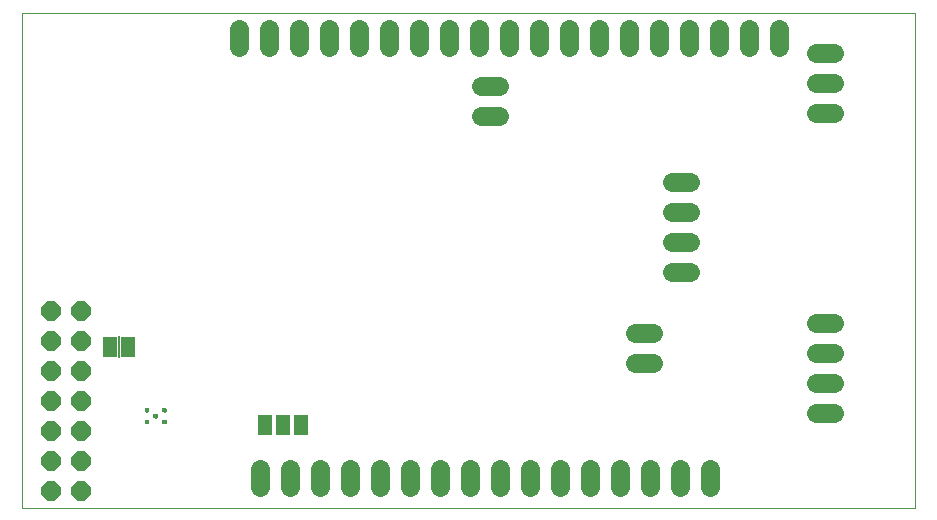
<source format=gbs>
G75*
%MOIN*%
%OFA0B0*%
%FSLAX25Y25*%
%IPPOS*%
%LPD*%
%AMOC8*
5,1,8,0,0,1.08239X$1,22.5*
%
%ADD10C,0.00000*%
%ADD11C,0.01581*%
%ADD12C,0.06400*%
%ADD13OC8,0.06400*%
%ADD14R,0.05000X0.06700*%
%ADD15R,0.00600X0.07200*%
D10*
X0004700Y0004550D02*
X0004700Y0169550D01*
X0302200Y0169550D01*
X0302200Y0004550D01*
X0004700Y0004550D01*
X0045531Y0033206D02*
X0045533Y0033254D01*
X0045539Y0033302D01*
X0045549Y0033349D01*
X0045562Y0033395D01*
X0045580Y0033440D01*
X0045600Y0033484D01*
X0045625Y0033526D01*
X0045653Y0033565D01*
X0045683Y0033602D01*
X0045717Y0033636D01*
X0045754Y0033668D01*
X0045792Y0033697D01*
X0045833Y0033722D01*
X0045876Y0033744D01*
X0045921Y0033762D01*
X0045967Y0033776D01*
X0046014Y0033787D01*
X0046062Y0033794D01*
X0046110Y0033797D01*
X0046158Y0033796D01*
X0046206Y0033791D01*
X0046254Y0033782D01*
X0046300Y0033770D01*
X0046345Y0033753D01*
X0046389Y0033733D01*
X0046431Y0033710D01*
X0046471Y0033683D01*
X0046509Y0033653D01*
X0046544Y0033620D01*
X0046576Y0033584D01*
X0046606Y0033546D01*
X0046632Y0033505D01*
X0046654Y0033462D01*
X0046674Y0033418D01*
X0046689Y0033373D01*
X0046701Y0033326D01*
X0046709Y0033278D01*
X0046713Y0033230D01*
X0046713Y0033182D01*
X0046709Y0033134D01*
X0046701Y0033086D01*
X0046689Y0033039D01*
X0046674Y0032994D01*
X0046654Y0032950D01*
X0046632Y0032907D01*
X0046606Y0032866D01*
X0046576Y0032828D01*
X0046544Y0032792D01*
X0046509Y0032759D01*
X0046471Y0032729D01*
X0046431Y0032702D01*
X0046389Y0032679D01*
X0046345Y0032659D01*
X0046300Y0032642D01*
X0046254Y0032630D01*
X0046206Y0032621D01*
X0046158Y0032616D01*
X0046110Y0032615D01*
X0046062Y0032618D01*
X0046014Y0032625D01*
X0045967Y0032636D01*
X0045921Y0032650D01*
X0045876Y0032668D01*
X0045833Y0032690D01*
X0045792Y0032715D01*
X0045754Y0032744D01*
X0045717Y0032776D01*
X0045683Y0032810D01*
X0045653Y0032847D01*
X0045625Y0032886D01*
X0045600Y0032928D01*
X0045580Y0032972D01*
X0045562Y0033017D01*
X0045549Y0033063D01*
X0045539Y0033110D01*
X0045533Y0033158D01*
X0045531Y0033206D01*
X0045531Y0037144D02*
X0045533Y0037192D01*
X0045539Y0037240D01*
X0045549Y0037287D01*
X0045562Y0037333D01*
X0045580Y0037378D01*
X0045600Y0037422D01*
X0045625Y0037464D01*
X0045653Y0037503D01*
X0045683Y0037540D01*
X0045717Y0037574D01*
X0045754Y0037606D01*
X0045792Y0037635D01*
X0045833Y0037660D01*
X0045876Y0037682D01*
X0045921Y0037700D01*
X0045967Y0037714D01*
X0046014Y0037725D01*
X0046062Y0037732D01*
X0046110Y0037735D01*
X0046158Y0037734D01*
X0046206Y0037729D01*
X0046254Y0037720D01*
X0046300Y0037708D01*
X0046345Y0037691D01*
X0046389Y0037671D01*
X0046431Y0037648D01*
X0046471Y0037621D01*
X0046509Y0037591D01*
X0046544Y0037558D01*
X0046576Y0037522D01*
X0046606Y0037484D01*
X0046632Y0037443D01*
X0046654Y0037400D01*
X0046674Y0037356D01*
X0046689Y0037311D01*
X0046701Y0037264D01*
X0046709Y0037216D01*
X0046713Y0037168D01*
X0046713Y0037120D01*
X0046709Y0037072D01*
X0046701Y0037024D01*
X0046689Y0036977D01*
X0046674Y0036932D01*
X0046654Y0036888D01*
X0046632Y0036845D01*
X0046606Y0036804D01*
X0046576Y0036766D01*
X0046544Y0036730D01*
X0046509Y0036697D01*
X0046471Y0036667D01*
X0046431Y0036640D01*
X0046389Y0036617D01*
X0046345Y0036597D01*
X0046300Y0036580D01*
X0046254Y0036568D01*
X0046206Y0036559D01*
X0046158Y0036554D01*
X0046110Y0036553D01*
X0046062Y0036556D01*
X0046014Y0036563D01*
X0045967Y0036574D01*
X0045921Y0036588D01*
X0045876Y0036606D01*
X0045833Y0036628D01*
X0045792Y0036653D01*
X0045754Y0036682D01*
X0045717Y0036714D01*
X0045683Y0036748D01*
X0045653Y0036785D01*
X0045625Y0036824D01*
X0045600Y0036866D01*
X0045580Y0036910D01*
X0045562Y0036955D01*
X0045549Y0037001D01*
X0045539Y0037048D01*
X0045533Y0037096D01*
X0045531Y0037144D01*
X0048484Y0035175D02*
X0048486Y0035223D01*
X0048492Y0035271D01*
X0048502Y0035318D01*
X0048515Y0035364D01*
X0048533Y0035409D01*
X0048553Y0035453D01*
X0048578Y0035495D01*
X0048606Y0035534D01*
X0048636Y0035571D01*
X0048670Y0035605D01*
X0048707Y0035637D01*
X0048745Y0035666D01*
X0048786Y0035691D01*
X0048829Y0035713D01*
X0048874Y0035731D01*
X0048920Y0035745D01*
X0048967Y0035756D01*
X0049015Y0035763D01*
X0049063Y0035766D01*
X0049111Y0035765D01*
X0049159Y0035760D01*
X0049207Y0035751D01*
X0049253Y0035739D01*
X0049298Y0035722D01*
X0049342Y0035702D01*
X0049384Y0035679D01*
X0049424Y0035652D01*
X0049462Y0035622D01*
X0049497Y0035589D01*
X0049529Y0035553D01*
X0049559Y0035515D01*
X0049585Y0035474D01*
X0049607Y0035431D01*
X0049627Y0035387D01*
X0049642Y0035342D01*
X0049654Y0035295D01*
X0049662Y0035247D01*
X0049666Y0035199D01*
X0049666Y0035151D01*
X0049662Y0035103D01*
X0049654Y0035055D01*
X0049642Y0035008D01*
X0049627Y0034963D01*
X0049607Y0034919D01*
X0049585Y0034876D01*
X0049559Y0034835D01*
X0049529Y0034797D01*
X0049497Y0034761D01*
X0049462Y0034728D01*
X0049424Y0034698D01*
X0049384Y0034671D01*
X0049342Y0034648D01*
X0049298Y0034628D01*
X0049253Y0034611D01*
X0049207Y0034599D01*
X0049159Y0034590D01*
X0049111Y0034585D01*
X0049063Y0034584D01*
X0049015Y0034587D01*
X0048967Y0034594D01*
X0048920Y0034605D01*
X0048874Y0034619D01*
X0048829Y0034637D01*
X0048786Y0034659D01*
X0048745Y0034684D01*
X0048707Y0034713D01*
X0048670Y0034745D01*
X0048636Y0034779D01*
X0048606Y0034816D01*
X0048578Y0034855D01*
X0048553Y0034897D01*
X0048533Y0034941D01*
X0048515Y0034986D01*
X0048502Y0035032D01*
X0048492Y0035079D01*
X0048486Y0035127D01*
X0048484Y0035175D01*
X0051437Y0033206D02*
X0051439Y0033254D01*
X0051445Y0033302D01*
X0051455Y0033349D01*
X0051468Y0033395D01*
X0051486Y0033440D01*
X0051506Y0033484D01*
X0051531Y0033526D01*
X0051559Y0033565D01*
X0051589Y0033602D01*
X0051623Y0033636D01*
X0051660Y0033668D01*
X0051698Y0033697D01*
X0051739Y0033722D01*
X0051782Y0033744D01*
X0051827Y0033762D01*
X0051873Y0033776D01*
X0051920Y0033787D01*
X0051968Y0033794D01*
X0052016Y0033797D01*
X0052064Y0033796D01*
X0052112Y0033791D01*
X0052160Y0033782D01*
X0052206Y0033770D01*
X0052251Y0033753D01*
X0052295Y0033733D01*
X0052337Y0033710D01*
X0052377Y0033683D01*
X0052415Y0033653D01*
X0052450Y0033620D01*
X0052482Y0033584D01*
X0052512Y0033546D01*
X0052538Y0033505D01*
X0052560Y0033462D01*
X0052580Y0033418D01*
X0052595Y0033373D01*
X0052607Y0033326D01*
X0052615Y0033278D01*
X0052619Y0033230D01*
X0052619Y0033182D01*
X0052615Y0033134D01*
X0052607Y0033086D01*
X0052595Y0033039D01*
X0052580Y0032994D01*
X0052560Y0032950D01*
X0052538Y0032907D01*
X0052512Y0032866D01*
X0052482Y0032828D01*
X0052450Y0032792D01*
X0052415Y0032759D01*
X0052377Y0032729D01*
X0052337Y0032702D01*
X0052295Y0032679D01*
X0052251Y0032659D01*
X0052206Y0032642D01*
X0052160Y0032630D01*
X0052112Y0032621D01*
X0052064Y0032616D01*
X0052016Y0032615D01*
X0051968Y0032618D01*
X0051920Y0032625D01*
X0051873Y0032636D01*
X0051827Y0032650D01*
X0051782Y0032668D01*
X0051739Y0032690D01*
X0051698Y0032715D01*
X0051660Y0032744D01*
X0051623Y0032776D01*
X0051589Y0032810D01*
X0051559Y0032847D01*
X0051531Y0032886D01*
X0051506Y0032928D01*
X0051486Y0032972D01*
X0051468Y0033017D01*
X0051455Y0033063D01*
X0051445Y0033110D01*
X0051439Y0033158D01*
X0051437Y0033206D01*
X0051437Y0037144D02*
X0051439Y0037192D01*
X0051445Y0037240D01*
X0051455Y0037287D01*
X0051468Y0037333D01*
X0051486Y0037378D01*
X0051506Y0037422D01*
X0051531Y0037464D01*
X0051559Y0037503D01*
X0051589Y0037540D01*
X0051623Y0037574D01*
X0051660Y0037606D01*
X0051698Y0037635D01*
X0051739Y0037660D01*
X0051782Y0037682D01*
X0051827Y0037700D01*
X0051873Y0037714D01*
X0051920Y0037725D01*
X0051968Y0037732D01*
X0052016Y0037735D01*
X0052064Y0037734D01*
X0052112Y0037729D01*
X0052160Y0037720D01*
X0052206Y0037708D01*
X0052251Y0037691D01*
X0052295Y0037671D01*
X0052337Y0037648D01*
X0052377Y0037621D01*
X0052415Y0037591D01*
X0052450Y0037558D01*
X0052482Y0037522D01*
X0052512Y0037484D01*
X0052538Y0037443D01*
X0052560Y0037400D01*
X0052580Y0037356D01*
X0052595Y0037311D01*
X0052607Y0037264D01*
X0052615Y0037216D01*
X0052619Y0037168D01*
X0052619Y0037120D01*
X0052615Y0037072D01*
X0052607Y0037024D01*
X0052595Y0036977D01*
X0052580Y0036932D01*
X0052560Y0036888D01*
X0052538Y0036845D01*
X0052512Y0036804D01*
X0052482Y0036766D01*
X0052450Y0036730D01*
X0052415Y0036697D01*
X0052377Y0036667D01*
X0052337Y0036640D01*
X0052295Y0036617D01*
X0052251Y0036597D01*
X0052206Y0036580D01*
X0052160Y0036568D01*
X0052112Y0036559D01*
X0052064Y0036554D01*
X0052016Y0036553D01*
X0051968Y0036556D01*
X0051920Y0036563D01*
X0051873Y0036574D01*
X0051827Y0036588D01*
X0051782Y0036606D01*
X0051739Y0036628D01*
X0051698Y0036653D01*
X0051660Y0036682D01*
X0051623Y0036714D01*
X0051589Y0036748D01*
X0051559Y0036785D01*
X0051531Y0036824D01*
X0051506Y0036866D01*
X0051486Y0036910D01*
X0051468Y0036955D01*
X0051455Y0037001D01*
X0051445Y0037048D01*
X0051439Y0037096D01*
X0051437Y0037144D01*
D11*
X0052028Y0037144D03*
X0049075Y0035175D03*
X0046122Y0033206D03*
X0046122Y0037144D03*
X0052028Y0033206D03*
D12*
X0083800Y0017450D02*
X0083800Y0011450D01*
X0093800Y0011450D02*
X0093800Y0017450D01*
X0103800Y0017450D02*
X0103800Y0011450D01*
X0113800Y0011450D02*
X0113800Y0017450D01*
X0123800Y0017450D02*
X0123800Y0011450D01*
X0133800Y0011450D02*
X0133800Y0017450D01*
X0143800Y0017450D02*
X0143800Y0011450D01*
X0153800Y0011450D02*
X0153800Y0017450D01*
X0163800Y0017550D02*
X0163800Y0011550D01*
X0173800Y0011550D02*
X0173800Y0017550D01*
X0183800Y0017550D02*
X0183800Y0011550D01*
X0193800Y0011550D02*
X0193800Y0017550D01*
X0203800Y0017550D02*
X0203800Y0011550D01*
X0213800Y0011550D02*
X0213800Y0017550D01*
X0223800Y0017550D02*
X0223800Y0011550D01*
X0233800Y0011550D02*
X0233800Y0017550D01*
X0269300Y0036250D02*
X0275300Y0036250D01*
X0275300Y0046250D02*
X0269300Y0046250D01*
X0269300Y0056250D02*
X0275300Y0056250D01*
X0275300Y0066250D02*
X0269300Y0066250D01*
X0227300Y0083050D02*
X0221300Y0083050D01*
X0221300Y0093050D02*
X0227300Y0093050D01*
X0227300Y0103050D02*
X0221300Y0103050D01*
X0221300Y0113050D02*
X0227300Y0113050D01*
X0269300Y0136250D02*
X0275300Y0136250D01*
X0275300Y0146250D02*
X0269300Y0146250D01*
X0269300Y0156250D02*
X0275300Y0156250D01*
X0256900Y0158050D02*
X0256900Y0164050D01*
X0246900Y0164050D02*
X0246900Y0158050D01*
X0236900Y0158050D02*
X0236900Y0164050D01*
X0226900Y0164050D02*
X0226900Y0158050D01*
X0216900Y0158050D02*
X0216900Y0164050D01*
X0206900Y0164050D02*
X0206900Y0158050D01*
X0196900Y0158050D02*
X0196900Y0164050D01*
X0186900Y0164050D02*
X0186900Y0158050D01*
X0176900Y0158050D02*
X0176900Y0164050D01*
X0166900Y0164050D02*
X0166900Y0158050D01*
X0156900Y0158050D02*
X0156900Y0164050D01*
X0146800Y0164050D02*
X0146800Y0158050D01*
X0136800Y0158050D02*
X0136800Y0164050D01*
X0126800Y0164050D02*
X0126800Y0158050D01*
X0116800Y0158050D02*
X0116800Y0164050D01*
X0106800Y0164050D02*
X0106800Y0158050D01*
X0096800Y0158050D02*
X0096800Y0164050D01*
X0086800Y0164050D02*
X0086800Y0158050D01*
X0076800Y0158050D02*
X0076800Y0164050D01*
X0157500Y0145250D02*
X0163500Y0145250D01*
X0163500Y0135250D02*
X0157500Y0135250D01*
X0208800Y0062750D02*
X0214800Y0062750D01*
X0214800Y0052750D02*
X0208800Y0052750D01*
D13*
X0024375Y0050175D03*
X0014375Y0050175D03*
X0014375Y0060175D03*
X0024375Y0060175D03*
X0024375Y0070175D03*
X0014375Y0070175D03*
X0014375Y0040175D03*
X0024375Y0040175D03*
X0024375Y0030175D03*
X0014375Y0030175D03*
X0014375Y0020175D03*
X0024375Y0020175D03*
X0024375Y0010175D03*
X0014375Y0010175D03*
D14*
X0085500Y0031950D03*
X0091500Y0031950D03*
X0097500Y0031950D03*
X0039900Y0058050D03*
X0033900Y0058050D03*
D15*
X0036900Y0058050D03*
M02*

</source>
